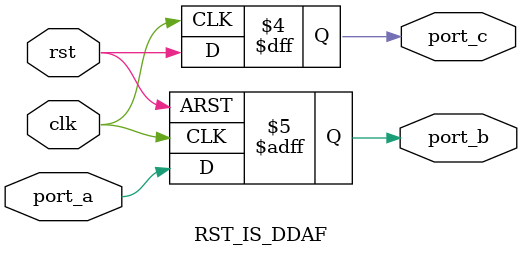
<source format=v>
module RST_IS_DDAF(port_a, port_b, clk, rst, port_c);
   input port_a;
   input clk ;
   input rst;
   output port_c;
   output port_b;
   reg port_c;
   reg port_b;
   always@(posedge clk or negedge rst)
   begin
      if ( rst == 1'b0 )
      port_b <= 1'b0;
      else
      port_b <= port_a;
   end
   always@(posedge clk)
   begin
      port_c <= rst;
   end
endmodule

</source>
